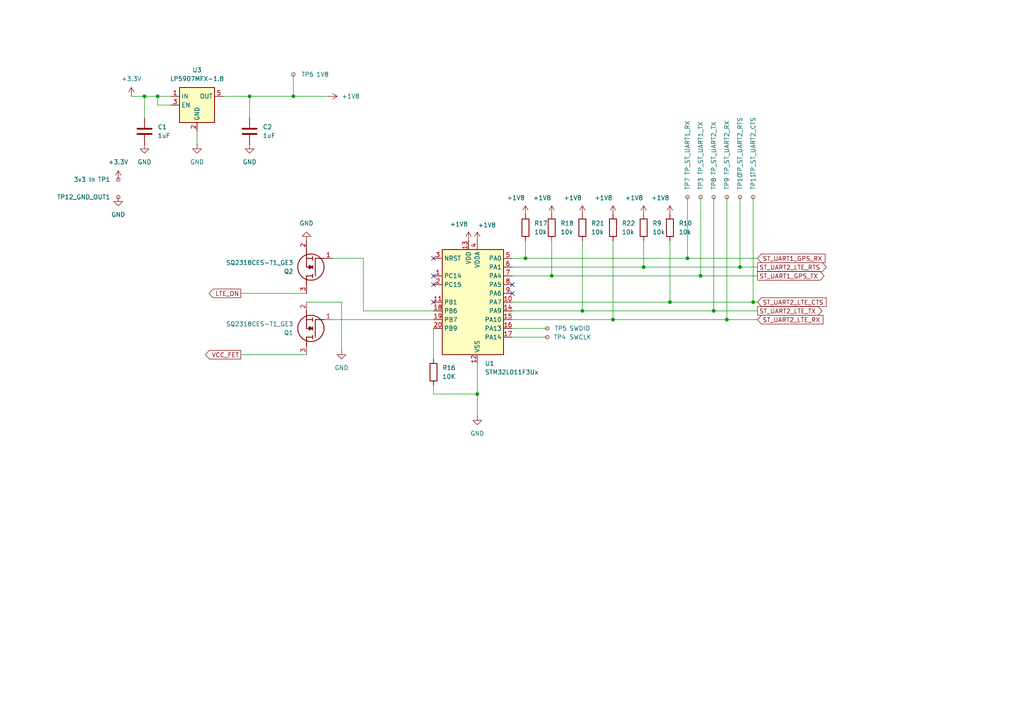
<source format=kicad_sch>
(kicad_sch (version 20231120) (generator "eeschema") (generator_version "8.0")
  (paper "A4")
  (lib_symbols
    (symbol "Connector:TestPoint_Small" (pin_numbers hide) (pin_names (offset 0.762) hide)
      (property "Reference" "TP" (at 0 3.81 0))
      (property "Value" "TestPoint_Small" (at 0 2.032 0))
      (symbol "TestPoint_Small_0_1"
        (circle (center 0 0) (radius 0.508))
      )
      (symbol "TestPoint_Small_1_1"
        (pin passive line (at 0 0 90) (length 0) (name "1") (number "1"))
      )
    )
    (symbol "Device:C" (pin_numbers hide) (pin_names (offset 0.254))
      (property "Reference" "C" (at 0.635 2.54 0))
      (property "Value" "C" (at 0.635 -2.54 0))
      (symbol "C_0_1"
        (polyline (pts (xy -2.032 -0.762) (xy 2.032 -0.762)) (stroke (width 0.508)))
        (polyline (pts (xy -2.032 0.762) (xy 2.032 0.762)) (stroke (width 0.508)))
      )
      (symbol "C_1_1"
        (pin passive line (at 0 3.81 270) (length 2.794) (name "~") (number "1"))
        (pin passive line (at 0 -3.81 90) (length 2.794) (name "~") (number "2"))
      )
    )
    (symbol "Device:R" (pin_numbers hide) (pin_names (offset 0))
      (property "Reference" "R" (at 2.032 0 90))
      (property "Value" "R" (at 0 0 90))
      (symbol "R_0_1"
        (rectangle (start -1.016 -2.54) (end 1.016 2.54) (stroke (width 0.254)))
      )
      (symbol "R_1_1"
        (pin passive line (at 0 3.81 270) (length 1.27) (name "~") (number "1"))
        (pin passive line (at 0 -3.81 90) (length 1.27) (name "~") (number "2"))
      )
    )
    (symbol "MCU_ST_STM32L0:STM32L011F3Ux"
      (property "Reference" "U" (at -7.62 16.51 0))
      (property "Value" "STM32L011F3Ux" (at 5.08 16.51 0))
      (symbol "STM32L011F3Ux_0_1"
        (rectangle (start -7.62 -15.24) (end 10.16 15.24) (stroke (width 0.254)) (fill (type background)))
      )
      (symbol "STM32L011F3Ux_1_1"
        (pin bidirectional line (at -10.16 7.62 0) (length 2.54) (name "PC14") (number "1"))
        (pin bidirectional line (at 12.7 0 180) (length 2.54) (name "PA7") (number "10"))
        (pin bidirectional line (at -10.16 0 0) (length 2.54) (name "PB1") (number "11"))
        (pin power_in line (at 2.54 -17.78 90) (length 2.54) (name "VSS") (number "12"))
        (pin power_in line (at 0 17.78 270) (length 2.54) (name "VDD") (number "13"))
        (pin bidirectional line (at 12.7 -2.54 180) (length 2.54) (name "PA9") (number "14"))
        (pin bidirectional line (at 12.7 -5.08 180) (length 2.54) (name "PA10") (number "15"))
        (pin bidirectional line (at 12.7 -7.62 180) (length 2.54) (name "PA13") (number "16"))
        (pin bidirectional line (at 12.7 -10.16 180) (length 2.54) (name "PA14") (number "17"))
        (pin bidirectional line (at -10.16 -2.54 0) (length 2.54) (name "PB6") (number "18"))
        (pin bidirectional line (at -10.16 -5.08 0) (length 2.54) (name "PB7") (number "19"))
        (pin bidirectional line (at -10.16 5.08 0) (length 2.54) (name "PC15") (number "2"))
        (pin bidirectional line (at -10.16 -7.62 0) (length 2.54) (name "PB9") (number "20"))
        (pin input line (at -10.16 12.7 0) (length 2.54) (name "NRST") (number "3"))
        (pin power_in line (at 2.54 17.78 270) (length 2.54) (name "VDDA") (number "4"))
        (pin bidirectional line (at 12.7 12.7 180) (length 2.54) (name "PA0") (number "5"))
        (pin bidirectional line (at 12.7 10.16 180) (length 2.54) (name "PA1") (number "6"))
        (pin bidirectional line (at 12.7 7.62 180) (length 2.54) (name "PA4") (number "7"))
        (pin bidirectional line (at 12.7 5.08 180) (length 2.54) (name "PA5") (number "8"))
        (pin bidirectional line (at 12.7 2.54 180) (length 2.54) (name "PA6") (number "9"))
      )
    )
    (symbol "Regulator_Linear:LP5907MFX-1.8"
      (property "Reference" "U" (at -3.81 6.35 0))
      (property "Value" "LP5907MFX-1.8" (at 6.35 6.35 0))
      (symbol "LP5907MFX-1.8_0_1"
        (rectangle (start -5.08 -5.08) (end 5.08 5.08) (stroke (width 0.254)) (fill (type background)))
        (pin power_in line (at -7.62 2.54 0) (length 2.54) (name "IN") (number "1"))
        (pin power_in line (at 0 -7.62 90) (length 2.54) (name "GND") (number "2"))
        (pin input line (at -7.62 0 0) (length 2.54) (name "EN") (number "3"))
        (pin no_connect line (at 5.08 0 180) (length 2.54) hide (name "NC") (number "4"))
        (pin power_out line (at 7.62 2.54 180) (length 2.54) (name "OUT") (number "5"))
      )
    )
    (symbol "fet:SQ2318CES-T1_GE3" (pin_names hide)
      (property "Reference" "Q" (at 11.43 3.81 0))
      (property "Value" "SQ2318CES-T1_GE3" (at 11.43 1.27 0))
      (symbol "SQ2318CES-T1_GE3_1_1"
        (polyline (pts (xy 2.54 0) (xy 5.08 0)) (stroke (width 0.254)))
        (polyline (pts (xy 5.08 5.08) (xy 5.08 0)) (stroke (width 0.254)))
        (polyline (pts (xy 5.842 -0.508) (xy 5.842 0.508)) (stroke (width 0.254)))
        (polyline (pts (xy 5.842 0) (xy 7.62 0)) (stroke (width 0.254)))
        (polyline (pts (xy 5.842 2.032) (xy 5.842 3.048)) (stroke (width 0.254)))
        (polyline (pts (xy 5.842 5.588) (xy 5.842 4.572)) (stroke (width 0.254)))
        (polyline (pts (xy 7.62 2.54) (xy 5.842 2.54)) (stroke (width 0.254)))
        (polyline (pts (xy 7.62 2.54) (xy 7.62 -2.54)) (stroke (width 0.254)))
        (polyline (pts (xy 7.62 5.08) (xy 5.842 5.08)) (stroke (width 0.254)))
        (polyline (pts (xy 7.62 5.08) (xy 7.62 7.62)) (stroke (width 0.254)))
        (polyline (pts (xy 5.842 2.54) (xy 6.858 3.048) (xy 6.858 2.032) (xy 5.842 2.54)) (stroke (width 0.254)) (fill (type outline)))
        (circle (center 6.35 2.54) (radius 3.81) (stroke (width 0.254)))
        (pin passive line (at 0 0 0) (length 2.54) (name "G") (number "1"))
        (pin passive line (at 7.62 -5.08 90) (length 2.54) (name "S") (number "2"))
        (pin passive line (at 7.62 10.16 270) (length 2.54) (name "D") (number "3"))
      )
    )
    (symbol "power:+1V8" (power) (pin_numbers hide) (pin_names (offset 0) hide)
      (property "Value" "+1V8" (at 0 3.556 0))
      (symbol "+1V8_0_1"
        (polyline (pts (xy -0.762 1.27) (xy 0 2.54)))
        (polyline (pts (xy 0 0) (xy 0 2.54)))
        (polyline (pts (xy 0 2.54) (xy 0.762 1.27)))
      )
      (symbol "+1V8_1_1"
        (pin power_in line (at 0 0 90) (length 0) (name "~") (number "1"))
      )
    )
    (symbol "power:+3.3V" (power) (pin_numbers hide) (pin_names (offset 0) hide)
      (property "Value" "+3.3V" (at 0 3.556 0))
      (symbol "+3.3V_0_1"
        (polyline (pts (xy -0.762 1.27) (xy 0 2.54)))
        (polyline (pts (xy 0 0) (xy 0 2.54)))
        (polyline (pts (xy 0 2.54) (xy 0.762 1.27)))
      )
      (symbol "+3.3V_1_1"
        (pin power_in line (at 0 0 90) (length 0) (name "~") (number "1"))
      )
    )
    (symbol "power:GND" (power) (pin_numbers hide) (pin_names (offset 0) hide)
      (property "Value" "GND" (at 0 -3.81 0))
      (symbol "GND_0_1"
        (polyline (pts (xy 0 0) (xy 0 -1.27) (xy 1.27 -1.27) (xy 0 -2.54) (xy -1.27 -1.27) (xy 0 -1.27)))
      )
      (symbol "GND_1_1"
        (pin power_in line (at 0 0 270) (length 0) (name "~") (number "1"))
      )
    )
  )
  (junction (at 218.44 87.63))
  (junction (at 194.31 87.63))
  (junction (at 152.4 74.93))
  (junction (at 186.69 77.47))
  (junction (at 85.09 27.94))
  (junction (at 72.39 27.94))
  (junction (at 207.01 90.17))
  (junction (at 160.02 80.01))
  (junction (at 214.63 77.47))
  (junction (at 199.39 74.93))
  (junction (at 203.2 80.01))
  (junction (at 45.72 27.94))
  (junction (at 177.8 92.71))
  (junction (at 210.82 92.71))
  (junction (at 168.91 90.17))
  (junction (at 41.91 27.94))
  (junction (at 138.43 114.3))
  (no_connect (at 125.73 87.63))
  (no_connect (at 148.59 82.55))
  (no_connect (at 148.59 85.09))
  (no_connect (at 125.73 74.93))
  (no_connect (at 125.73 82.55))
  (no_connect (at 125.73 80.01))
  (wire (pts (xy 148.59 90.17) (xy 168.91 90.17)))
  (wire (pts (xy 203.2 80.01) (xy 219.71 80.01)))
  (wire (pts (xy 41.91 27.94) (xy 41.91 34.29)))
  (wire (pts (xy 194.31 87.63) (xy 218.44 87.63)))
  (wire (pts (xy 88.9 87.63) (xy 99.06 87.63)))
  (wire (pts (xy 160.02 80.01) (xy 203.2 80.01)))
  (wire (pts (xy 186.69 69.85) (xy 186.69 77.47)))
  (wire (pts (xy 125.73 90.17) (xy 105.41 90.17)))
  (wire (pts (xy 177.8 69.85) (xy 177.8 92.71)))
  (wire (pts (xy 41.91 27.94) (xy 45.72 27.94)))
  (wire (pts (xy 218.44 57.15) (xy 218.44 87.63)))
  (wire (pts (xy 99.06 87.63) (xy 99.06 101.6)))
  (wire (pts (xy 148.59 87.63) (xy 194.31 87.63)))
  (wire (pts (xy 138.43 105.41) (xy 138.43 114.3)))
  (wire (pts (xy 186.69 77.47) (xy 214.63 77.47)))
  (wire (pts (xy 203.2 57.15) (xy 203.2 80.01)))
  (wire (pts (xy 57.15 41.91) (xy 57.15 38.1)))
  (wire (pts (xy 105.41 90.17) (xy 105.41 74.93)))
  (wire (pts (xy 152.4 69.85) (xy 152.4 74.93)))
  (wire (pts (xy 72.39 27.94) (xy 85.09 27.94)))
  (wire (pts (xy 72.39 27.94) (xy 72.39 34.29)))
  (wire (pts (xy 69.85 85.09) (xy 88.9 85.09)))
  (wire (pts (xy 85.09 21.59) (xy 85.09 27.94)))
  (wire (pts (xy 199.39 74.93) (xy 219.71 74.93)))
  (wire (pts (xy 96.52 92.71) (xy 125.73 92.71)))
  (wire (pts (xy 38.1 27.94) (xy 41.91 27.94)))
  (wire (pts (xy 125.73 114.3) (xy 138.43 114.3)))
  (wire (pts (xy 160.02 69.85) (xy 160.02 80.01)))
  (wire (pts (xy 177.8 92.71) (xy 210.82 92.71)))
  (wire (pts (xy 148.59 74.93) (xy 152.4 74.93)))
  (wire (pts (xy 45.72 27.94) (xy 49.53 27.94)))
  (wire (pts (xy 207.01 90.17) (xy 219.71 90.17)))
  (wire (pts (xy 138.43 114.3) (xy 138.43 120.65)))
  (wire (pts (xy 125.73 95.25) (xy 125.73 104.14)))
  (wire (pts (xy 148.59 80.01) (xy 160.02 80.01)))
  (wire (pts (xy 64.77 27.94) (xy 72.39 27.94)))
  (wire (pts (xy 210.82 57.15) (xy 210.82 92.71)))
  (wire (pts (xy 214.63 57.15) (xy 214.63 77.47)))
  (wire (pts (xy 45.72 30.48) (xy 45.72 27.94)))
  (wire (pts (xy 105.41 74.93) (xy 96.52 74.93)))
  (wire (pts (xy 148.59 95.25) (xy 158.75 95.25)))
  (wire (pts (xy 69.85 102.87) (xy 88.9 102.87)))
  (wire (pts (xy 85.09 27.94) (xy 95.25 27.94)))
  (wire (pts (xy 207.01 57.15) (xy 207.01 90.17)))
  (wire (pts (xy 148.59 77.47) (xy 186.69 77.47)))
  (wire (pts (xy 148.59 92.71) (xy 177.8 92.71)))
  (wire (pts (xy 125.73 111.76) (xy 125.73 114.3)))
  (wire (pts (xy 194.31 69.85) (xy 194.31 87.63)))
  (wire (pts (xy 148.59 97.79) (xy 158.75 97.79)))
  (wire (pts (xy 168.91 90.17) (xy 207.01 90.17)))
  (wire (pts (xy 168.91 69.85) (xy 168.91 90.17)))
  (wire (pts (xy 199.39 57.15) (xy 199.39 74.93)))
  (wire (pts (xy 214.63 77.47) (xy 219.71 77.47)))
  (wire (pts (xy 49.53 30.48) (xy 45.72 30.48)))
  (wire (pts (xy 210.82 92.71) (xy 219.71 92.71)))
  (wire (pts (xy 152.4 74.93) (xy 199.39 74.93)))
  (wire (pts (xy 218.44 87.63) (xy 219.71 87.63)))
  (global_label "ST_UART2_LTE_TX" (shape output) (at 219.71 90.17 0) (property "Intersheetrefs" "${INTERSHEET_REFS}" (effects (hide yes))))
  (global_label "ST_UART2_LTE_CTS" (shape input) (at 219.71 87.63 0) (property "Intersheetrefs" "${INTERSHEET_REFS}" (effects (hide yes))))
  (global_label "ST_UART1_GPS_RX" (shape input) (at 219.71 74.93 0) (property "Intersheetrefs" "${INTERSHEET_REFS}" (effects (hide yes))))
  (global_label "LTE_ON" (shape output) (at 69.85 85.09 180) (property "Intersheetrefs" "${INTERSHEET_REFS}" (effects (hide yes))))
  (global_label "ST_UART2_LTE_RTS" (shape output) (at 219.71 77.47 0) (property "Intersheetrefs" "${INTERSHEET_REFS}" (effects (hide yes))))
  (global_label "ST_UART2_LTE_RX" (shape input) (at 219.71 92.71 0) (property "Intersheetrefs" "${INTERSHEET_REFS}" (effects (hide yes))))
  (global_label "VCC_FET" (shape output) (at 69.85 102.87 180) (property "Intersheetrefs" "${INTERSHEET_REFS}" (effects (hide yes))))
  (global_label "ST_UART1_GPS_TX" (shape output) (at 219.71 80.01 0) (property "Intersheetrefs" "${INTERSHEET_REFS}" (effects (hide yes))))
  (symbol (lib_id "Device:R") (at 168.91 66.04 180) (unit 1)
    (property "Reference" "R21" (at 171.45 64.7699 0) (effects (justify right)))
    (property "Value" "10k" (at 171.45 67.3099 0) (effects (justify right)))
    (property "Footprint" "Resistor_SMD:R_0201_0603Metric_Pad0.64x0.40mm_HandSolder" (effects (hide yes)))
    (property "Description" "Resistor" (effects (hide yes)))
  )
  (symbol (lib_id "Connector:TestPoint_Small") (at 34.29 52.07 180) (unit 1)
    (property "Reference" "TP1" (at 32.004 52.07 0) (effects (justify left)))
    (property "Value" "3v3 In" (at 27.686 52.07 0) (effects (justify left)))
    (property "Footprint" "TestPoint:TestPoint_THTPad_D1.0mm_Drill0.5mm" (effects (hide yes)))
    (property "Description" "test point" (effects (hide yes)))
  )
  (symbol (lib_id "Connector:TestPoint_Small") (at 34.29 57.15 180) (unit 1)
    (property "Reference" "TP12_GND_OUT1" (at 32.004 57.15 0) (effects (justify left)))
    (property "Value" "3v3 In" (effects (hide yes)))
    (property "Footprint" "TestPoint:TestPoint_THTPad_D1.0mm_Drill0.5mm" (effects (hide yes)))
    (property "Description" "test point" (effects (hide yes)))
  )
  (symbol (lib_id "Connector:TestPoint_Small") (at 158.75 97.79 0) (unit 1)
    (property "Reference" "TP4" (at 160.528 97.79 0) (effects (justify left)))
    (property "Value" "SWCLK" (at 165.1 97.79 0) (effects (justify left)))
    (property "Footprint" "TestPoint:TestPoint_THTPad_D1.0mm_Drill0.5mm" (effects (hide yes)))
    (property "Description" "test point" (effects (hide yes)))
  )
  (symbol (lib_id "power:+1V8") (at 186.69 62.23 0) (unit 1)
    (property "Reference" "#PWR097" (effects (hide yes)))
    (property "Value" "+1V8" (at 183.896 57.404 0))
    (property "Description" "Power symbol creates a global label with name \"+1V8\"" (effects (hide yes)))
  )
  (symbol (lib_id "power:+1V8") (at 160.02 62.23 0) (unit 1)
    (property "Reference" "#PWR052" (effects (hide yes)))
    (property "Value" "+1V8" (at 157.226 57.404 0))
    (property "Description" "Power symbol creates a global label with name \"+1V8\"" (effects (hide yes)))
  )
  (symbol (lib_id "power:+1V8") (at 194.31 62.23 0) (unit 1)
    (property "Reference" "#PWR098" (effects (hide yes)))
    (property "Value" "+1V8" (at 191.516 57.404 0))
    (property "Description" "Power symbol creates a global label with name \"+1V8\"" (effects (hide yes)))
  )
  (symbol (lib_id "Connector:TestPoint_Small") (at 210.82 57.15 90) (unit 1)
    (property "Reference" "TP9" (at 210.82 55.118 0) (effects (justify left)))
    (property "Value" "TP_ST_UART2_RX" (at 210.82 50.8 0) (effects (justify left)))
    (property "Footprint" "TestPoint:TestPoint_Pad_D1.0mm" (effects (hide yes)))
    (property "Description" "test point" (effects (hide yes)))
  )
  (symbol (lib_id "Connector:TestPoint_Small") (at 85.09 21.59 0) (unit 1)
    (property "Reference" "TP6" (at 87.376 21.59 0) (effects (justify left)))
    (property "Value" "1V8" (at 91.694 21.59 0) (effects (justify left)))
    (property "Footprint" "TestPoint:TestPoint_Pad_D1.0mm" (effects (hide yes)))
    (property "Description" "test point" (effects (hide yes)))
  )
  (symbol (lib_id "Regulator_Linear:LP5907MFX-1.8") (at 57.15 30.48 0) (unit 1)
    (property "Reference" "U3" (at 57.15 20.32 0))
    (property "Value" "LP5907MFX-1.8" (at 57.15 22.86 0))
    (property "Footprint" "Package_TO_SOT_SMD:SOT-23-5" (effects (hide yes)))
    (property "Datasheet" "http://www.ti.com/lit/ds/symlink/lp5907.pdf" (effects (hide yes)))
    (property "Description" "250-mA Ultra-Low-Noise Low-IQ LDO, 1.8V, SOT-23" (effects (hide yes)))
  )
  (symbol (lib_id "power:+3.3V") (at 34.29 52.07 0) (unit 1)
    (property "Reference" "#PWR082" (effects (hide yes)))
    (property "Value" "+3.3V" (at 34.29 46.99 0))
    (property "Description" "Power symbol creates a global label with name \"+3.3V\"" (effects (hide yes)))
  )
  (symbol (lib_id "Device:C") (at 72.39 38.1 0) (unit 1)
    (property "Reference" "C2" (at 76.2 36.8299 0) (effects (justify left)))
    (property "Value" "1uF" (at 76.2 39.3699 0) (effects (justify left)))
    (property "Footprint" "Capacitor_SMD:C_01005_0402Metric_Pad0.57x0.30mm_HandSolder" (effects (hide yes)))
    (property "Description" "Unpolarized capacitor" (effects (hide yes)))
  )
  (symbol (lib_id "power:+1V8") (at 152.4 62.23 0) (unit 1)
    (property "Reference" "#PWR051" (effects (hide yes)))
    (property "Value" "+1V8" (at 149.606 57.404 0))
    (property "Description" "Power symbol creates a global label with name \"+1V8\"" (effects (hide yes)))
  )
  (symbol (lib_id "power:GND") (at 72.39 41.91 0) (unit 1)
    (property "Reference" "#PWR045" (effects (hide yes)))
    (property "Value" "GND" (at 72.39 46.99 0))
    (property "Description" "Power symbol creates a global label with name \"GND\" , ground" (effects (hide yes)))
  )
  (symbol (lib_id "Connector:TestPoint_Small") (at 158.75 95.25 0) (unit 1)
    (property "Reference" "TP5" (at 160.782 95.25 0) (effects (justify left)))
    (property "Value" "SWDIO" (at 165.1 95.25 0) (effects (justify left)))
    (property "Footprint" "TestPoint:TestPoint_THTPad_D1.0mm_Drill0.5mm" (effects (hide yes)))
    (property "Description" "test point" (effects (hide yes)))
  )
  (symbol (lib_id "power:+1V8") (at 135.89 69.85 0) (unit 1)
    (property "Reference" "#PWR048" (effects (hide yes)))
    (property "Value" "+1V8" (at 133.096 65.024 0))
    (property "Description" "Power symbol creates a global label with name \"+1V8\"" (effects (hide yes)))
  )
  (symbol (lib_id "MCU_ST_STM32L0:STM32L011F3Ux") (at 135.89 87.63 0) (unit 1)
    (property "Reference" "U1" (at 140.6241 105.41 0) (effects (justify left)))
    (property "Value" "STM32L011F3Ux" (at 140.6241 107.95 0) (effects (justify left)))
    (property "Footprint" "Package_DFN_QFN:ST_UFQFPN-20_3x3mm_P0.5mm" (effects (hide yes)))
    (property "Datasheet" "https://www.st.com/resource/en/datasheet/stm32l011f3.pdf" (effects (hide yes)))
    (property "Description" "STMicroelectronics Arm Cortex-M0+ MCU, 8KB flash, 2KB RAM, 32 MHz, 1.65-3.6V, 16 GPIO, UFQFPN20" (effects (hide yes)))
  )
  (symbol (lib_id "Connector:TestPoint_Small") (at 218.44 57.15 90) (unit 1)
    (property "Reference" "TP11" (at 218.44 55.118 0) (effects (justify left)))
    (property "Value" "TP_ST_UART2_CTS" (at 218.44 50.8 0) (effects (justify left)))
    (property "Footprint" "TestPoint:TestPoint_Pad_D1.0mm" (effects (hide yes)))
    (property "Description" "test point" (effects (hide yes)))
  )
  (symbol (lib_id "power:+3.3V") (at 38.1 27.94 0) (unit 1)
    (property "Reference" "#PWR081" (effects (hide yes)))
    (property "Value" "+3.3V" (at 38.1 22.86 0))
    (property "Description" "Power symbol creates a global label with name \"+3.3V\"" (effects (hide yes)))
  )
  (symbol (lib_id "Connector:TestPoint_Small") (at 203.2 57.15 90) (unit 1)
    (property "Reference" "TP3" (at 203.2 55.118 0) (effects (justify left)))
    (property "Value" "TP_ST_UART1_TX" (at 203.2 50.8 0) (effects (justify left)))
    (property "Footprint" "TestPoint:TestPoint_Pad_D1.0mm" (effects (hide yes)))
    (property "Description" "test point" (effects (hide yes)))
  )
  (symbol (lib_id "Device:R") (at 125.73 107.95 0) (unit 1)
    (property "Reference" "R16" (at 128.27 106.6799 0) (effects (justify left)))
    (property "Value" "10K" (at 128.27 109.2199 0) (effects (justify left)))
    (property "Footprint" "Resistor_SMD:R_0201_0603Metric_Pad0.64x0.40mm_HandSolder" (effects (hide yes)))
    (property "Description" "Resistor" (effects (hide yes)))
  )
  (symbol (lib_id "Connector:TestPoint_Small") (at 207.01 57.15 90) (unit 1)
    (property "Reference" "TP8" (at 207.01 55.118 0) (effects (justify left)))
    (property "Value" "TP_ST_UART2_TX" (at 207.01 50.8 0) (effects (justify left)))
    (property "Footprint" "TestPoint:TestPoint_Pad_D1.0mm" (effects (hide yes)))
    (property "Description" "test point" (effects (hide yes)))
  )
  (symbol (lib_id "power:GND") (at 99.06 101.6 0) (unit 1)
    (property "Reference" "#PWR010" (effects (hide yes)))
    (property "Value" "GND" (at 99.06 106.68 0))
    (property "Description" "Power symbol creates a global label with name \"GND\" , ground" (effects (hide yes)))
  )
  (symbol (lib_id "fet:SQ2318CES-T1_GE3") (at 96.52 74.93 180) (unit 1)
    (property "Reference" "Q2" (at 85.09 78.7401 0) (effects (justify left)))
    (property "Value" "SQ2318CES-T1_GE3" (at 85.09 76.2001 0) (effects (justify left)))
    (property "Footprint" "fet:SOT95P237X112-3N" (effects (hide yes)))
    (property "Datasheet" "https://www.vishay.com/docs/62470/sq2318ces.pdf" (effects (hide yes)))
    (property "Description" "TrenchFET power MOSFET  AEC-Q101 qualified  100 % Rg and UIS tested  Material categorization: for definitions of compliance please see www.vishay.com/doc?99912" (effects (hide yes)))
    (property "Height" "1.12" (effects (hide yes)))
    (property "Mouser Part Number" "78-SQ2318CES-T1_GE3" (effects (hide yes)))
    (property "Mouser Price/Stock" "https://www.mouser.co.uk/ProductDetail/Vishay-Siliconix/SQ2318CES-T1_GE3?qs=i8QVZAFTkqRKwiB8INxn7Q%3D%3D" (effects (hide yes)))
    (property "Manufacturer_Name" "Vishay" (effects (hide yes)))
    (property "Manufacturer_Part_Number" "SQ2318CES-T1_GE3" (effects (hide yes)))
  )
  (symbol (lib_id "Device:R") (at 160.02 66.04 180) (unit 1)
    (property "Reference" "R18" (at 162.56 64.7699 0) (effects (justify right)))
    (property "Value" "10k" (at 162.56 67.3099 0) (effects (justify right)))
    (property "Footprint" "Resistor_SMD:R_0201_0603Metric_Pad0.64x0.40mm_HandSolder" (effects (hide yes)))
    (property "Description" "Resistor" (effects (hide yes)))
  )
  (symbol (lib_id "power:GND") (at 57.15 41.91 0) (unit 1)
    (property "Reference" "#PWR018" (effects (hide yes)))
    (property "Value" "GND" (at 57.15 46.99 0))
    (property "Description" "Power symbol creates a global label with name \"GND\" , ground" (effects (hide yes)))
  )
  (symbol (lib_id "power:+1V8") (at 95.25 27.94 270) (unit 1)
    (property "Reference" "#PWR017" (effects (hide yes)))
    (property "Value" "+1V8" (at 99.06 27.9399 90) (effects (justify left)))
    (property "Description" "Power symbol creates a global label with name \"+1V8\"" (effects (hide yes)))
  )
  (symbol (lib_id "power:+1V8") (at 168.91 62.23 0) (unit 1)
    (property "Reference" "#PWR054" (effects (hide yes)))
    (property "Value" "+1V8" (at 166.116 57.404 0))
    (property "Description" "Power symbol creates a global label with name \"+1V8\"" (effects (hide yes)))
  )
  (symbol (lib_id "Device:R") (at 152.4 66.04 180) (unit 1)
    (property "Reference" "R17" (at 154.94 64.7699 0) (effects (justify right)))
    (property "Value" "10k" (at 154.94 67.3099 0) (effects (justify right)))
    (property "Footprint" "Resistor_SMD:R_0201_0603Metric_Pad0.64x0.40mm_HandSolder" (effects (hide yes)))
    (property "Description" "Resistor" (effects (hide yes)))
  )
  (symbol (lib_id "Connector:TestPoint_Small") (at 214.63 57.15 90) (unit 1)
    (property "Reference" "TP10" (at 214.63 55.118 0) (effects (justify left)))
    (property "Value" "TP_ST_UART2_RTS" (at 214.63 50.8 0) (effects (justify left)))
    (property "Footprint" "TestPoint:TestPoint_Pad_D1.0mm" (effects (hide yes)))
    (property "Description" "test point" (effects (hide yes)))
  )
  (symbol (lib_id "Device:R") (at 194.31 66.04 180) (unit 1)
    (property "Reference" "R10" (at 196.85 64.7699 0) (effects (justify right)))
    (property "Value" "10k" (at 196.85 67.3099 0) (effects (justify right)))
    (property "Footprint" "Resistor_SMD:R_0201_0603Metric_Pad0.64x0.40mm_HandSolder" (effects (hide yes)))
    (property "Description" "Resistor" (effects (hide yes)))
  )
  (symbol (lib_id "power:GND") (at 88.9 69.85 180) (unit 1)
    (property "Reference" "#PWR031" (effects (hide yes)))
    (property "Value" "GND" (at 88.9 64.77 0))
    (property "Description" "Power symbol creates a global label with name \"GND\" , ground" (effects (hide yes)))
  )
  (symbol (lib_id "Device:R") (at 177.8 66.04 180) (unit 1)
    (property "Reference" "R22" (at 180.34 64.7699 0) (effects (justify right)))
    (property "Value" "10k" (at 180.34 67.3099 0) (effects (justify right)))
    (property "Footprint" "Resistor_SMD:R_0201_0603Metric_Pad0.64x0.40mm_HandSolder" (effects (hide yes)))
    (property "Description" "Resistor" (effects (hide yes)))
  )
  (symbol (lib_id "Device:C") (at 41.91 38.1 0) (unit 1)
    (property "Reference" "C1" (at 45.72 36.8299 0) (effects (justify left)))
    (property "Value" "1uF" (at 45.72 39.3699 0) (effects (justify left)))
    (property "Footprint" "Capacitor_SMD:C_01005_0402Metric_Pad0.57x0.30mm_HandSolder" (effects (hide yes)))
    (property "Description" "Unpolarized capacitor" (effects (hide yes)))
  )
  (symbol (lib_id "Device:R") (at 186.69 66.04 180) (unit 1)
    (property "Reference" "R9" (at 189.23 64.7699 0) (effects (justify right)))
    (property "Value" "10k" (at 189.23 67.3099 0) (effects (justify right)))
    (property "Footprint" "Resistor_SMD:R_0201_0603Metric_Pad0.64x0.40mm_HandSolder" (effects (hide yes)))
    (property "Description" "Resistor" (effects (hide yes)))
  )
  (symbol (lib_id "Connector:TestPoint_Small") (at 199.39 57.15 90) (unit 1)
    (property "Reference" "TP7" (at 199.39 55.118 0) (effects (justify left)))
    (property "Value" "TP_ST_UART1_RX" (at 199.39 50.8 0) (effects (justify left)))
    (property "Footprint" "TestPoint:TestPoint_Pad_D1.0mm" (effects (hide yes)))
    (property "Description" "test point" (effects (hide yes)))
  )
  (symbol (lib_id "power:+1V8") (at 138.43 69.85 0) (unit 1)
    (property "Reference" "#PWR049" (effects (hide yes)))
    (property "Value" "+1V8" (at 141.224 65.278 0))
    (property "Description" "Power symbol creates a global label with name \"+1V8\"" (effects (hide yes)))
  )
  (symbol (lib_id "power:+1V8") (at 177.8 62.23 0) (unit 1)
    (property "Reference" "#PWR055" (effects (hide yes)))
    (property "Value" "+1V8" (at 175.006 57.404 0))
    (property "Description" "Power symbol creates a global label with name \"+1V8\"" (effects (hide yes)))
  )
  (symbol (lib_id "power:GND") (at 41.91 41.91 0) (unit 1)
    (property "Reference" "#PWR046" (effects (hide yes)))
    (property "Value" "GND" (at 41.91 46.99 0))
    (property "Description" "Power symbol creates a global label with name \"GND\" , ground" (effects (hide yes)))
  )
  (symbol (lib_id "fet:SQ2318CES-T1_GE3") (at 96.52 92.71 180) (unit 1)
    (property "Reference" "Q1" (at 85.09 96.5201 0) (effects (justify left)))
    (property "Value" "SQ2318CES-T1_GE3" (at 85.09 93.9801 0) (effects (justify left)))
    (property "Footprint" "fet:SOT95P237X112-3N" (effects (hide yes)))
    (property "Datasheet" "https://www.vishay.com/docs/62470/sq2318ces.pdf" (effects (hide yes)))
    (property "Description" "TrenchFET power MOSFET  AEC-Q101 qualified  100 % Rg and UIS tested  Material categorization: for definitions of compliance please see www.vishay.com/doc?99912" (effects (hide yes)))
    (property "Height" "1.12" (effects (hide yes)))
    (property "Mouser Part Number" "78-SQ2318CES-T1_GE3" (effects (hide yes)))
    (property "Mouser Price/Stock" "https://www.mouser.co.uk/ProductDetail/Vishay-Siliconix/SQ2318CES-T1_GE3?qs=i8QVZAFTkqRKwiB8INxn7Q%3D%3D" (effects (hide yes)))
    (property "Manufacturer_Name" "Vishay" (effects (hide yes)))
    (property "Manufacturer_Part_Number" "SQ2318CES-T1_GE3" (effects (hide yes)))
  )
  (symbol (lib_id "power:GND") (at 138.43 120.65 0) (unit 1)
    (property "Reference" "#PWR047" (effects (hide yes)))
    (property "Value" "GND" (at 138.43 125.73 0))
    (property "Description" "Power symbol creates a global label with name \"GND\" , ground" (effects (hide yes)))
  )
  (symbol (lib_id "power:GND") (at 34.29 57.15 0) (unit 1)
    (property "Reference" "#PWR099" (effects (hide yes)))
    (property "Value" "GND" (at 34.29 62.23 0))
    (property "Description" "Power symbol creates a global label with name \"GND\" , ground" (effects (hide yes)))
  )
)
</source>
